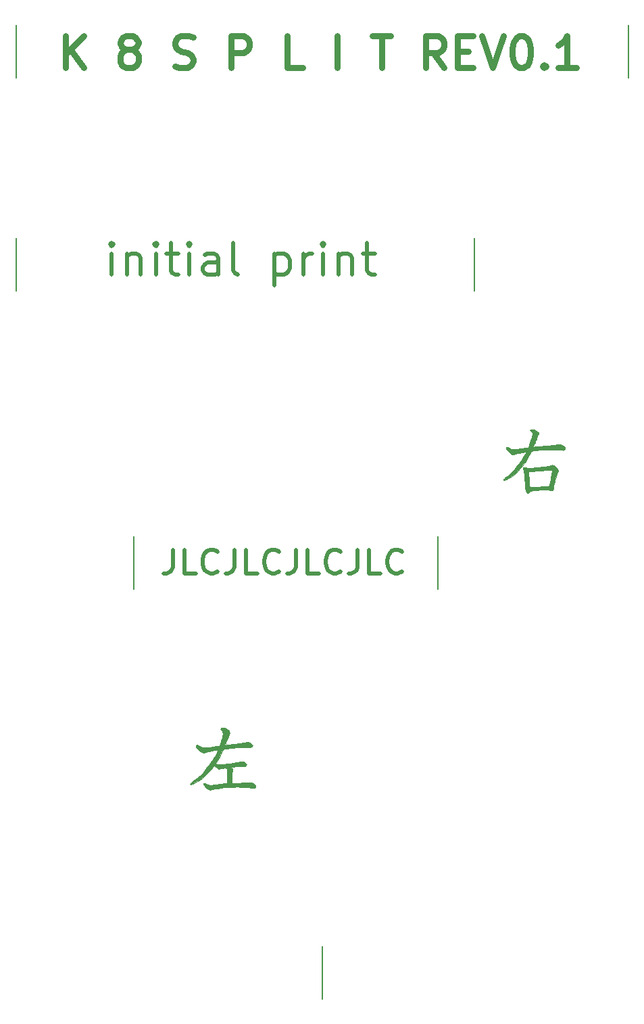
<source format=gto>
G04 #@! TF.GenerationSoftware,KiCad,Pcbnew,5.1.5*
G04 #@! TF.CreationDate,2020-02-16T02:09:05+01:00*
G04 #@! TF.ProjectId,k8split,6b387370-6c69-4742-9e6b-696361645f70,rev?*
G04 #@! TF.SameCoordinates,Original*
G04 #@! TF.FileFunction,Legend,Top*
G04 #@! TF.FilePolarity,Positive*
%FSLAX46Y46*%
G04 Gerber Fmt 4.6, Leading zero omitted, Abs format (unit mm)*
G04 Created by KiCad (PCBNEW 5.1.5) date 2020-02-16 02:09:05*
%MOMM*%
%LPD*%
G04 APERTURE LIST*
%ADD10C,0.500000*%
%ADD11C,0.800000*%
%ADD12C,0.150000*%
%ADD13C,0.010000*%
G04 APERTURE END LIST*
D10*
X105983523Y-54641523D02*
X105983523Y-51974857D01*
X105983523Y-50641523D02*
X105793047Y-50832000D01*
X105983523Y-51022476D01*
X106174000Y-50832000D01*
X105983523Y-50641523D01*
X105983523Y-51022476D01*
X107888285Y-51974857D02*
X107888285Y-54641523D01*
X107888285Y-52355809D02*
X108078761Y-52165333D01*
X108459714Y-51974857D01*
X109031142Y-51974857D01*
X109412095Y-52165333D01*
X109602571Y-52546285D01*
X109602571Y-54641523D01*
X111507333Y-54641523D02*
X111507333Y-51974857D01*
X111507333Y-50641523D02*
X111316857Y-50832000D01*
X111507333Y-51022476D01*
X111697809Y-50832000D01*
X111507333Y-50641523D01*
X111507333Y-51022476D01*
X112840666Y-51974857D02*
X114364476Y-51974857D01*
X113412095Y-50641523D02*
X113412095Y-54070095D01*
X113602571Y-54451047D01*
X113983523Y-54641523D01*
X114364476Y-54641523D01*
X115697809Y-54641523D02*
X115697809Y-51974857D01*
X115697809Y-50641523D02*
X115507333Y-50832000D01*
X115697809Y-51022476D01*
X115888285Y-50832000D01*
X115697809Y-50641523D01*
X115697809Y-51022476D01*
X119316857Y-54641523D02*
X119316857Y-52546285D01*
X119126380Y-52165333D01*
X118745428Y-51974857D01*
X117983523Y-51974857D01*
X117602571Y-52165333D01*
X119316857Y-54451047D02*
X118935904Y-54641523D01*
X117983523Y-54641523D01*
X117602571Y-54451047D01*
X117412095Y-54070095D01*
X117412095Y-53689142D01*
X117602571Y-53308190D01*
X117983523Y-53117714D01*
X118935904Y-53117714D01*
X119316857Y-52927238D01*
X121793047Y-54641523D02*
X121412095Y-54451047D01*
X121221619Y-54070095D01*
X121221619Y-50641523D01*
X126364476Y-51974857D02*
X126364476Y-55974857D01*
X126364476Y-52165333D02*
X126745428Y-51974857D01*
X127507333Y-51974857D01*
X127888285Y-52165333D01*
X128078761Y-52355809D01*
X128269238Y-52736761D01*
X128269238Y-53879619D01*
X128078761Y-54260571D01*
X127888285Y-54451047D01*
X127507333Y-54641523D01*
X126745428Y-54641523D01*
X126364476Y-54451047D01*
X129983523Y-54641523D02*
X129983523Y-51974857D01*
X129983523Y-52736761D02*
X130174000Y-52355809D01*
X130364476Y-52165333D01*
X130745428Y-51974857D01*
X131126380Y-51974857D01*
X132459714Y-54641523D02*
X132459714Y-51974857D01*
X132459714Y-50641523D02*
X132269238Y-50832000D01*
X132459714Y-51022476D01*
X132650190Y-50832000D01*
X132459714Y-50641523D01*
X132459714Y-51022476D01*
X134364476Y-51974857D02*
X134364476Y-54641523D01*
X134364476Y-52355809D02*
X134554952Y-52165333D01*
X134935904Y-51974857D01*
X135507333Y-51974857D01*
X135888285Y-52165333D01*
X136078761Y-52546285D01*
X136078761Y-54641523D01*
X137412095Y-51974857D02*
X138935904Y-51974857D01*
X137983523Y-50641523D02*
X137983523Y-54070095D01*
X138174000Y-54451047D01*
X138554952Y-54641523D01*
X138935904Y-54641523D01*
D11*
X100175238Y-28733523D02*
X100175238Y-24733523D01*
X102460952Y-28733523D02*
X100746666Y-26447809D01*
X102460952Y-24733523D02*
X100175238Y-27019238D01*
X107794285Y-26447809D02*
X107413333Y-26257333D01*
X107222857Y-26066857D01*
X107032380Y-25685904D01*
X107032380Y-25495428D01*
X107222857Y-25114476D01*
X107413333Y-24924000D01*
X107794285Y-24733523D01*
X108556190Y-24733523D01*
X108937142Y-24924000D01*
X109127619Y-25114476D01*
X109318095Y-25495428D01*
X109318095Y-25685904D01*
X109127619Y-26066857D01*
X108937142Y-26257333D01*
X108556190Y-26447809D01*
X107794285Y-26447809D01*
X107413333Y-26638285D01*
X107222857Y-26828761D01*
X107032380Y-27209714D01*
X107032380Y-27971619D01*
X107222857Y-28352571D01*
X107413333Y-28543047D01*
X107794285Y-28733523D01*
X108556190Y-28733523D01*
X108937142Y-28543047D01*
X109127619Y-28352571D01*
X109318095Y-27971619D01*
X109318095Y-27209714D01*
X109127619Y-26828761D01*
X108937142Y-26638285D01*
X108556190Y-26447809D01*
X113889523Y-28543047D02*
X114460952Y-28733523D01*
X115413333Y-28733523D01*
X115794285Y-28543047D01*
X115984761Y-28352571D01*
X116175238Y-27971619D01*
X116175238Y-27590666D01*
X115984761Y-27209714D01*
X115794285Y-27019238D01*
X115413333Y-26828761D01*
X114651428Y-26638285D01*
X114270476Y-26447809D01*
X114079999Y-26257333D01*
X113889523Y-25876380D01*
X113889523Y-25495428D01*
X114079999Y-25114476D01*
X114270476Y-24924000D01*
X114651428Y-24733523D01*
X115603809Y-24733523D01*
X116175238Y-24924000D01*
X120937142Y-28733523D02*
X120937142Y-24733523D01*
X122460952Y-24733523D01*
X122841904Y-24924000D01*
X123032380Y-25114476D01*
X123222857Y-25495428D01*
X123222857Y-26066857D01*
X123032380Y-26447809D01*
X122841904Y-26638285D01*
X122460952Y-26828761D01*
X120937142Y-26828761D01*
X129889523Y-28733523D02*
X127984761Y-28733523D01*
X127984761Y-24733523D01*
X134270476Y-28733523D02*
X134270476Y-24733523D01*
X138651428Y-24733523D02*
X140937142Y-24733523D01*
X139794285Y-28733523D02*
X139794285Y-24733523D01*
X147603809Y-28733523D02*
X146270476Y-26828761D01*
X145318095Y-28733523D02*
X145318095Y-24733523D01*
X146841904Y-24733523D01*
X147222857Y-24924000D01*
X147413333Y-25114476D01*
X147603809Y-25495428D01*
X147603809Y-26066857D01*
X147413333Y-26447809D01*
X147222857Y-26638285D01*
X146841904Y-26828761D01*
X145318095Y-26828761D01*
X149318095Y-26638285D02*
X150651428Y-26638285D01*
X151222857Y-28733523D02*
X149318095Y-28733523D01*
X149318095Y-24733523D01*
X151222857Y-24733523D01*
X152365714Y-24733523D02*
X153699047Y-28733523D01*
X155032380Y-24733523D01*
X157127619Y-24733523D02*
X157508571Y-24733523D01*
X157889523Y-24924000D01*
X158079999Y-25114476D01*
X158270476Y-25495428D01*
X158460952Y-26257333D01*
X158460952Y-27209714D01*
X158270476Y-27971619D01*
X158079999Y-28352571D01*
X157889523Y-28543047D01*
X157508571Y-28733523D01*
X157127619Y-28733523D01*
X156746666Y-28543047D01*
X156556190Y-28352571D01*
X156365714Y-27971619D01*
X156175238Y-27209714D01*
X156175238Y-26257333D01*
X156365714Y-25495428D01*
X156556190Y-25114476D01*
X156746666Y-24924000D01*
X157127619Y-24733523D01*
X160175238Y-28352571D02*
X160365714Y-28543047D01*
X160175238Y-28733523D01*
X159984761Y-28543047D01*
X160175238Y-28352571D01*
X160175238Y-28733523D01*
X164175238Y-28733523D02*
X161889523Y-28733523D01*
X163032380Y-28733523D02*
X163032380Y-24733523D01*
X162651428Y-25304952D01*
X162270476Y-25685904D01*
X161889523Y-25876380D01*
D10*
X113650857Y-89035142D02*
X113650857Y-91178000D01*
X113508000Y-91606571D01*
X113222285Y-91892285D01*
X112793714Y-92035142D01*
X112508000Y-92035142D01*
X116508000Y-92035142D02*
X115079428Y-92035142D01*
X115079428Y-89035142D01*
X119222285Y-91749428D02*
X119079428Y-91892285D01*
X118650857Y-92035142D01*
X118365142Y-92035142D01*
X117936571Y-91892285D01*
X117650857Y-91606571D01*
X117508000Y-91320857D01*
X117365142Y-90749428D01*
X117365142Y-90320857D01*
X117508000Y-89749428D01*
X117650857Y-89463714D01*
X117936571Y-89178000D01*
X118365142Y-89035142D01*
X118650857Y-89035142D01*
X119079428Y-89178000D01*
X119222285Y-89320857D01*
X121365142Y-89035142D02*
X121365142Y-91178000D01*
X121222285Y-91606571D01*
X120936571Y-91892285D01*
X120508000Y-92035142D01*
X120222285Y-92035142D01*
X124222285Y-92035142D02*
X122793714Y-92035142D01*
X122793714Y-89035142D01*
X126936571Y-91749428D02*
X126793714Y-91892285D01*
X126365142Y-92035142D01*
X126079428Y-92035142D01*
X125650857Y-91892285D01*
X125365142Y-91606571D01*
X125222285Y-91320857D01*
X125079428Y-90749428D01*
X125079428Y-90320857D01*
X125222285Y-89749428D01*
X125365142Y-89463714D01*
X125650857Y-89178000D01*
X126079428Y-89035142D01*
X126365142Y-89035142D01*
X126793714Y-89178000D01*
X126936571Y-89320857D01*
X129079428Y-89035142D02*
X129079428Y-91178000D01*
X128936571Y-91606571D01*
X128650857Y-91892285D01*
X128222285Y-92035142D01*
X127936571Y-92035142D01*
X131936571Y-92035142D02*
X130508000Y-92035142D01*
X130508000Y-89035142D01*
X134650857Y-91749428D02*
X134508000Y-91892285D01*
X134079428Y-92035142D01*
X133793714Y-92035142D01*
X133365142Y-91892285D01*
X133079428Y-91606571D01*
X132936571Y-91320857D01*
X132793714Y-90749428D01*
X132793714Y-90320857D01*
X132936571Y-89749428D01*
X133079428Y-89463714D01*
X133365142Y-89178000D01*
X133793714Y-89035142D01*
X134079428Y-89035142D01*
X134508000Y-89178000D01*
X134650857Y-89320857D01*
X136793714Y-89035142D02*
X136793714Y-91178000D01*
X136650857Y-91606571D01*
X136365142Y-91892285D01*
X135936571Y-92035142D01*
X135650857Y-92035142D01*
X139650857Y-92035142D02*
X138222285Y-92035142D01*
X138222285Y-89035142D01*
X142365142Y-91749428D02*
X142222285Y-91892285D01*
X141793714Y-92035142D01*
X141508000Y-92035142D01*
X141079428Y-91892285D01*
X140793714Y-91606571D01*
X140650857Y-91320857D01*
X140508000Y-90749428D01*
X140508000Y-90320857D01*
X140650857Y-89749428D01*
X140793714Y-89463714D01*
X141079428Y-89178000D01*
X141508000Y-89035142D01*
X141793714Y-89035142D01*
X142222285Y-89178000D01*
X142365142Y-89320857D01*
D12*
X151384000Y-50038000D02*
X151384000Y-56642000D01*
X93980000Y-56642000D02*
X93980000Y-50038000D01*
X93980000Y-23368000D02*
X93980000Y-29972000D01*
X170688000Y-29972000D02*
X170688000Y-23368000D01*
X132334000Y-138684000D02*
X132334000Y-145288000D01*
X108712000Y-87376000D02*
X108712000Y-93980000D01*
X146812000Y-87376000D02*
X146812000Y-93980000D01*
D13*
G36*
X119994475Y-111314056D02*
G01*
X120139244Y-111351124D01*
X120285917Y-111415720D01*
X120426189Y-111501145D01*
X120551753Y-111600701D01*
X120654302Y-111707690D01*
X120725531Y-111815415D01*
X120757134Y-111917176D01*
X120757899Y-111929661D01*
X120748285Y-111991052D01*
X120721214Y-112076918D01*
X120689663Y-112152766D01*
X120660780Y-112218544D01*
X120617100Y-112323235D01*
X120562084Y-112458293D01*
X120499193Y-112615169D01*
X120431887Y-112785317D01*
X120383625Y-112908699D01*
X120147893Y-113514312D01*
X120240419Y-113499493D01*
X120288718Y-113492839D01*
X120380343Y-113481223D01*
X120508106Y-113465518D01*
X120664819Y-113446596D01*
X120843293Y-113425331D01*
X121036340Y-113402594D01*
X121095708Y-113395653D01*
X121359241Y-113364536D01*
X121580739Y-113337368D01*
X121768742Y-113312800D01*
X121931788Y-113289483D01*
X122078419Y-113266068D01*
X122217171Y-113241206D01*
X122356586Y-113213548D01*
X122505203Y-113181744D01*
X122638966Y-113151842D01*
X122987230Y-113072989D01*
X123129569Y-113117760D01*
X123266815Y-113174449D01*
X123395964Y-113252028D01*
X123503561Y-113340864D01*
X123576154Y-113431323D01*
X123581708Y-113441509D01*
X123611882Y-113510002D01*
X123616047Y-113561390D01*
X123599034Y-113615100D01*
X123572522Y-113670266D01*
X123540310Y-113710669D01*
X123494871Y-113738207D01*
X123428681Y-113754779D01*
X123334214Y-113762284D01*
X123203944Y-113762619D01*
X123033404Y-113757791D01*
X122815922Y-113755288D01*
X122554889Y-113760974D01*
X122256856Y-113774347D01*
X121928375Y-113794905D01*
X121575997Y-113822146D01*
X121206273Y-113855567D01*
X120825755Y-113894667D01*
X120440995Y-113938944D01*
X120095821Y-113982894D01*
X119985824Y-113997575D01*
X119709016Y-114562318D01*
X119582280Y-114814694D01*
X119467525Y-115029211D01*
X119359161Y-115215731D01*
X119251597Y-115384114D01*
X119202447Y-115455909D01*
X119124105Y-115568949D01*
X119057240Y-115667172D01*
X119006810Y-115743154D01*
X118977774Y-115789468D01*
X118972685Y-115799923D01*
X118995675Y-115826466D01*
X119055989Y-115856059D01*
X119140644Y-115884344D01*
X119236653Y-115906963D01*
X119328641Y-115919390D01*
X119414605Y-115920110D01*
X119543855Y-115913827D01*
X119709433Y-115901394D01*
X119904386Y-115883667D01*
X120121758Y-115861500D01*
X120354593Y-115835746D01*
X120595937Y-115807262D01*
X120838834Y-115776901D01*
X121076329Y-115745517D01*
X121301466Y-115713966D01*
X121507291Y-115683101D01*
X121686848Y-115653778D01*
X121833181Y-115626850D01*
X121939337Y-115603173D01*
X121967895Y-115595143D01*
X122175949Y-115550105D01*
X122366708Y-115550328D01*
X122546532Y-115596062D01*
X122601768Y-115619857D01*
X122736157Y-115699766D01*
X122821248Y-115788754D01*
X122856724Y-115886275D01*
X122842266Y-115991784D01*
X122832400Y-116015909D01*
X122806359Y-116061975D01*
X122771220Y-116096755D01*
X122720074Y-116121798D01*
X122646012Y-116138653D01*
X122542124Y-116148869D01*
X122401501Y-116153995D01*
X122217234Y-116155581D01*
X122209333Y-116155592D01*
X122080279Y-116157741D01*
X121928949Y-116163482D01*
X121763267Y-116172174D01*
X121591156Y-116183178D01*
X121420536Y-116195855D01*
X121259332Y-116209564D01*
X121115465Y-116223667D01*
X120996859Y-116237523D01*
X120911435Y-116250494D01*
X120867116Y-116261939D01*
X120863634Y-116264223D01*
X120876266Y-116282948D01*
X120920293Y-116318336D01*
X120948998Y-116338165D01*
X121024024Y-116393605D01*
X121071716Y-116448658D01*
X121095123Y-116514521D01*
X121097291Y-116602391D01*
X121081270Y-116723468D01*
X121070380Y-116784087D01*
X121052257Y-116900018D01*
X121037904Y-117036933D01*
X121026825Y-117202267D01*
X121018523Y-117403457D01*
X121012501Y-117647940D01*
X121012439Y-117651238D01*
X121000884Y-118270261D01*
X121594943Y-118253604D01*
X121811472Y-118247206D01*
X122059074Y-118239353D01*
X122318011Y-118230705D01*
X122568551Y-118221922D01*
X122790956Y-118213664D01*
X122799340Y-118213340D01*
X123025603Y-118205654D01*
X123205152Y-118202024D01*
X123341965Y-118202474D01*
X123440020Y-118207030D01*
X123503295Y-118215714D01*
X123511252Y-118217706D01*
X123666656Y-118274372D01*
X123802225Y-118350510D01*
X123909110Y-118439479D01*
X123978464Y-118534640D01*
X123996064Y-118581515D01*
X123994561Y-118670034D01*
X123955073Y-118759897D01*
X123886951Y-118833873D01*
X123845228Y-118859447D01*
X123807039Y-118875937D01*
X123769006Y-118885977D01*
X123721623Y-118889405D01*
X123655383Y-118886061D01*
X123560778Y-118875785D01*
X123428303Y-118858417D01*
X123378086Y-118851572D01*
X123117646Y-118817157D01*
X122889502Y-118790214D01*
X122680852Y-118769907D01*
X122478895Y-118755401D01*
X122270830Y-118745859D01*
X122043856Y-118740446D01*
X121785171Y-118738326D01*
X121642355Y-118738236D01*
X121247221Y-118744085D01*
X120841147Y-118760167D01*
X120432376Y-118785649D01*
X120029156Y-118819696D01*
X119639732Y-118861474D01*
X119272348Y-118910150D01*
X118935252Y-118964890D01*
X118636687Y-119024860D01*
X118510791Y-119054927D01*
X118409306Y-119078731D01*
X118319945Y-119096263D01*
X118259823Y-119104223D01*
X118254122Y-119104388D01*
X118203220Y-119090958D01*
X118126396Y-119055549D01*
X118039293Y-119005482D01*
X118029530Y-118999248D01*
X117934588Y-118931047D01*
X117830120Y-118844800D01*
X117724507Y-118748789D01*
X117626128Y-118651294D01*
X117543363Y-118560597D01*
X117484592Y-118484979D01*
X117458749Y-118435190D01*
X117459237Y-118364022D01*
X117487582Y-118296231D01*
X117533742Y-118249730D01*
X117568516Y-118239406D01*
X117608941Y-118250244D01*
X117682297Y-118279841D01*
X117776598Y-118323115D01*
X117841254Y-118355054D01*
X117927829Y-118398363D01*
X118004991Y-118433837D01*
X118078285Y-118461629D01*
X118153255Y-118481893D01*
X118235445Y-118494784D01*
X118330400Y-118500455D01*
X118443663Y-118499060D01*
X118580780Y-118490753D01*
X118747293Y-118475688D01*
X118948748Y-118454018D01*
X119190689Y-118425898D01*
X119417630Y-118398800D01*
X120434647Y-118276869D01*
X120450744Y-118112200D01*
X120455433Y-118039734D01*
X120459840Y-117925918D01*
X120463736Y-117780252D01*
X120466890Y-117612235D01*
X120469075Y-117431369D01*
X120469813Y-117322867D01*
X120469662Y-117085837D01*
X120466180Y-116894162D01*
X120458555Y-116742407D01*
X120445975Y-116625138D01*
X120427629Y-116536920D01*
X120402704Y-116472319D01*
X120370390Y-116425902D01*
X120330906Y-116392906D01*
X120297521Y-116376216D01*
X120253479Y-116365981D01*
X120192161Y-116362464D01*
X120106950Y-116365928D01*
X119991227Y-116376637D01*
X119838373Y-116394854D01*
X119646888Y-116420149D01*
X119367637Y-116458029D01*
X119265507Y-116397957D01*
X119198474Y-116351782D01*
X119111566Y-116282755D01*
X119020957Y-116203887D01*
X118998849Y-116183432D01*
X118924357Y-116116956D01*
X118863677Y-116069239D01*
X118825908Y-116047145D01*
X118818701Y-116047514D01*
X118798293Y-116072699D01*
X118751763Y-116130593D01*
X118684737Y-116214180D01*
X118602841Y-116316446D01*
X118538728Y-116396580D01*
X118268317Y-116715622D01*
X117977142Y-117024251D01*
X117671435Y-117317299D01*
X117357426Y-117589597D01*
X117041348Y-117835976D01*
X116729433Y-118051267D01*
X116427913Y-118230301D01*
X116182311Y-118351051D01*
X116060228Y-118396205D01*
X115956727Y-118413489D01*
X115902860Y-118412941D01*
X115830929Y-118404792D01*
X115788570Y-118389222D01*
X115777879Y-118362960D01*
X115800953Y-118322734D01*
X115859888Y-118265273D01*
X115956779Y-118187305D01*
X116093723Y-118085560D01*
X116129024Y-118059957D01*
X116596636Y-117698718D01*
X117035223Y-117311248D01*
X117449099Y-116892843D01*
X117842576Y-116438803D01*
X118219967Y-115944425D01*
X118585583Y-115405007D01*
X118634793Y-115327656D01*
X118745163Y-115148783D01*
X118852219Y-114967625D01*
X118953095Y-114789757D01*
X119044922Y-114620750D01*
X119124833Y-114466179D01*
X119189961Y-114331617D01*
X119237439Y-114222637D01*
X119264397Y-114144812D01*
X119267969Y-114103717D01*
X119266041Y-114100780D01*
X119233412Y-114096925D01*
X119158407Y-114102501D01*
X119048357Y-114116232D01*
X118910596Y-114136843D01*
X118752458Y-114163059D01*
X118581277Y-114193604D01*
X118404386Y-114227203D01*
X118229118Y-114262581D01*
X118062806Y-114298463D01*
X117912786Y-114333573D01*
X117879281Y-114341930D01*
X117408799Y-114460981D01*
X117269071Y-114396329D01*
X117192998Y-114352622D01*
X117093699Y-114283567D01*
X116984643Y-114199017D01*
X116893370Y-114121468D01*
X116739964Y-113975996D01*
X116630151Y-113850642D01*
X116562282Y-113742310D01*
X116534711Y-113647900D01*
X116545787Y-113564316D01*
X116571424Y-113516452D01*
X116612802Y-113473662D01*
X116660868Y-113464548D01*
X116726271Y-113489888D01*
X116794230Y-113532741D01*
X116971648Y-113638079D01*
X117162558Y-113723412D01*
X117352641Y-113783605D01*
X117527580Y-113813527D01*
X117584080Y-113815900D01*
X117687446Y-113811700D01*
X117835929Y-113799027D01*
X118030502Y-113777763D01*
X118272141Y-113747795D01*
X118561821Y-113709008D01*
X118900515Y-113661286D01*
X118918577Y-113658689D01*
X119487392Y-113576826D01*
X119535543Y-113464494D01*
X119569402Y-113375789D01*
X119612008Y-113249675D01*
X119659805Y-113098083D01*
X119709239Y-112932946D01*
X119756754Y-112766196D01*
X119798795Y-112609764D01*
X119831807Y-112475581D01*
X119836841Y-112453244D01*
X119864821Y-112296924D01*
X119881554Y-112139125D01*
X119886548Y-111992814D01*
X119879313Y-111870955D01*
X119861877Y-111792743D01*
X119829711Y-111737865D01*
X119773446Y-111666801D01*
X119722038Y-111611926D01*
X119662347Y-111547814D01*
X119621166Y-111493518D01*
X119608321Y-111464680D01*
X119631740Y-111407816D01*
X119694389Y-111360016D01*
X119784857Y-111325732D01*
X119891735Y-111309414D01*
X119994475Y-111314056D01*
G37*
X119994475Y-111314056D02*
X120139244Y-111351124D01*
X120285917Y-111415720D01*
X120426189Y-111501145D01*
X120551753Y-111600701D01*
X120654302Y-111707690D01*
X120725531Y-111815415D01*
X120757134Y-111917176D01*
X120757899Y-111929661D01*
X120748285Y-111991052D01*
X120721214Y-112076918D01*
X120689663Y-112152766D01*
X120660780Y-112218544D01*
X120617100Y-112323235D01*
X120562084Y-112458293D01*
X120499193Y-112615169D01*
X120431887Y-112785317D01*
X120383625Y-112908699D01*
X120147893Y-113514312D01*
X120240419Y-113499493D01*
X120288718Y-113492839D01*
X120380343Y-113481223D01*
X120508106Y-113465518D01*
X120664819Y-113446596D01*
X120843293Y-113425331D01*
X121036340Y-113402594D01*
X121095708Y-113395653D01*
X121359241Y-113364536D01*
X121580739Y-113337368D01*
X121768742Y-113312800D01*
X121931788Y-113289483D01*
X122078419Y-113266068D01*
X122217171Y-113241206D01*
X122356586Y-113213548D01*
X122505203Y-113181744D01*
X122638966Y-113151842D01*
X122987230Y-113072989D01*
X123129569Y-113117760D01*
X123266815Y-113174449D01*
X123395964Y-113252028D01*
X123503561Y-113340864D01*
X123576154Y-113431323D01*
X123581708Y-113441509D01*
X123611882Y-113510002D01*
X123616047Y-113561390D01*
X123599034Y-113615100D01*
X123572522Y-113670266D01*
X123540310Y-113710669D01*
X123494871Y-113738207D01*
X123428681Y-113754779D01*
X123334214Y-113762284D01*
X123203944Y-113762619D01*
X123033404Y-113757791D01*
X122815922Y-113755288D01*
X122554889Y-113760974D01*
X122256856Y-113774347D01*
X121928375Y-113794905D01*
X121575997Y-113822146D01*
X121206273Y-113855567D01*
X120825755Y-113894667D01*
X120440995Y-113938944D01*
X120095821Y-113982894D01*
X119985824Y-113997575D01*
X119709016Y-114562318D01*
X119582280Y-114814694D01*
X119467525Y-115029211D01*
X119359161Y-115215731D01*
X119251597Y-115384114D01*
X119202447Y-115455909D01*
X119124105Y-115568949D01*
X119057240Y-115667172D01*
X119006810Y-115743154D01*
X118977774Y-115789468D01*
X118972685Y-115799923D01*
X118995675Y-115826466D01*
X119055989Y-115856059D01*
X119140644Y-115884344D01*
X119236653Y-115906963D01*
X119328641Y-115919390D01*
X119414605Y-115920110D01*
X119543855Y-115913827D01*
X119709433Y-115901394D01*
X119904386Y-115883667D01*
X120121758Y-115861500D01*
X120354593Y-115835746D01*
X120595937Y-115807262D01*
X120838834Y-115776901D01*
X121076329Y-115745517D01*
X121301466Y-115713966D01*
X121507291Y-115683101D01*
X121686848Y-115653778D01*
X121833181Y-115626850D01*
X121939337Y-115603173D01*
X121967895Y-115595143D01*
X122175949Y-115550105D01*
X122366708Y-115550328D01*
X122546532Y-115596062D01*
X122601768Y-115619857D01*
X122736157Y-115699766D01*
X122821248Y-115788754D01*
X122856724Y-115886275D01*
X122842266Y-115991784D01*
X122832400Y-116015909D01*
X122806359Y-116061975D01*
X122771220Y-116096755D01*
X122720074Y-116121798D01*
X122646012Y-116138653D01*
X122542124Y-116148869D01*
X122401501Y-116153995D01*
X122217234Y-116155581D01*
X122209333Y-116155592D01*
X122080279Y-116157741D01*
X121928949Y-116163482D01*
X121763267Y-116172174D01*
X121591156Y-116183178D01*
X121420536Y-116195855D01*
X121259332Y-116209564D01*
X121115465Y-116223667D01*
X120996859Y-116237523D01*
X120911435Y-116250494D01*
X120867116Y-116261939D01*
X120863634Y-116264223D01*
X120876266Y-116282948D01*
X120920293Y-116318336D01*
X120948998Y-116338165D01*
X121024024Y-116393605D01*
X121071716Y-116448658D01*
X121095123Y-116514521D01*
X121097291Y-116602391D01*
X121081270Y-116723468D01*
X121070380Y-116784087D01*
X121052257Y-116900018D01*
X121037904Y-117036933D01*
X121026825Y-117202267D01*
X121018523Y-117403457D01*
X121012501Y-117647940D01*
X121012439Y-117651238D01*
X121000884Y-118270261D01*
X121594943Y-118253604D01*
X121811472Y-118247206D01*
X122059074Y-118239353D01*
X122318011Y-118230705D01*
X122568551Y-118221922D01*
X122790956Y-118213664D01*
X122799340Y-118213340D01*
X123025603Y-118205654D01*
X123205152Y-118202024D01*
X123341965Y-118202474D01*
X123440020Y-118207030D01*
X123503295Y-118215714D01*
X123511252Y-118217706D01*
X123666656Y-118274372D01*
X123802225Y-118350510D01*
X123909110Y-118439479D01*
X123978464Y-118534640D01*
X123996064Y-118581515D01*
X123994561Y-118670034D01*
X123955073Y-118759897D01*
X123886951Y-118833873D01*
X123845228Y-118859447D01*
X123807039Y-118875937D01*
X123769006Y-118885977D01*
X123721623Y-118889405D01*
X123655383Y-118886061D01*
X123560778Y-118875785D01*
X123428303Y-118858417D01*
X123378086Y-118851572D01*
X123117646Y-118817157D01*
X122889502Y-118790214D01*
X122680852Y-118769907D01*
X122478895Y-118755401D01*
X122270830Y-118745859D01*
X122043856Y-118740446D01*
X121785171Y-118738326D01*
X121642355Y-118738236D01*
X121247221Y-118744085D01*
X120841147Y-118760167D01*
X120432376Y-118785649D01*
X120029156Y-118819696D01*
X119639732Y-118861474D01*
X119272348Y-118910150D01*
X118935252Y-118964890D01*
X118636687Y-119024860D01*
X118510791Y-119054927D01*
X118409306Y-119078731D01*
X118319945Y-119096263D01*
X118259823Y-119104223D01*
X118254122Y-119104388D01*
X118203220Y-119090958D01*
X118126396Y-119055549D01*
X118039293Y-119005482D01*
X118029530Y-118999248D01*
X117934588Y-118931047D01*
X117830120Y-118844800D01*
X117724507Y-118748789D01*
X117626128Y-118651294D01*
X117543363Y-118560597D01*
X117484592Y-118484979D01*
X117458749Y-118435190D01*
X117459237Y-118364022D01*
X117487582Y-118296231D01*
X117533742Y-118249730D01*
X117568516Y-118239406D01*
X117608941Y-118250244D01*
X117682297Y-118279841D01*
X117776598Y-118323115D01*
X117841254Y-118355054D01*
X117927829Y-118398363D01*
X118004991Y-118433837D01*
X118078285Y-118461629D01*
X118153255Y-118481893D01*
X118235445Y-118494784D01*
X118330400Y-118500455D01*
X118443663Y-118499060D01*
X118580780Y-118490753D01*
X118747293Y-118475688D01*
X118948748Y-118454018D01*
X119190689Y-118425898D01*
X119417630Y-118398800D01*
X120434647Y-118276869D01*
X120450744Y-118112200D01*
X120455433Y-118039734D01*
X120459840Y-117925918D01*
X120463736Y-117780252D01*
X120466890Y-117612235D01*
X120469075Y-117431369D01*
X120469813Y-117322867D01*
X120469662Y-117085837D01*
X120466180Y-116894162D01*
X120458555Y-116742407D01*
X120445975Y-116625138D01*
X120427629Y-116536920D01*
X120402704Y-116472319D01*
X120370390Y-116425902D01*
X120330906Y-116392906D01*
X120297521Y-116376216D01*
X120253479Y-116365981D01*
X120192161Y-116362464D01*
X120106950Y-116365928D01*
X119991227Y-116376637D01*
X119838373Y-116394854D01*
X119646888Y-116420149D01*
X119367637Y-116458029D01*
X119265507Y-116397957D01*
X119198474Y-116351782D01*
X119111566Y-116282755D01*
X119020957Y-116203887D01*
X118998849Y-116183432D01*
X118924357Y-116116956D01*
X118863677Y-116069239D01*
X118825908Y-116047145D01*
X118818701Y-116047514D01*
X118798293Y-116072699D01*
X118751763Y-116130593D01*
X118684737Y-116214180D01*
X118602841Y-116316446D01*
X118538728Y-116396580D01*
X118268317Y-116715622D01*
X117977142Y-117024251D01*
X117671435Y-117317299D01*
X117357426Y-117589597D01*
X117041348Y-117835976D01*
X116729433Y-118051267D01*
X116427913Y-118230301D01*
X116182311Y-118351051D01*
X116060228Y-118396205D01*
X115956727Y-118413489D01*
X115902860Y-118412941D01*
X115830929Y-118404792D01*
X115788570Y-118389222D01*
X115777879Y-118362960D01*
X115800953Y-118322734D01*
X115859888Y-118265273D01*
X115956779Y-118187305D01*
X116093723Y-118085560D01*
X116129024Y-118059957D01*
X116596636Y-117698718D01*
X117035223Y-117311248D01*
X117449099Y-116892843D01*
X117842576Y-116438803D01*
X118219967Y-115944425D01*
X118585583Y-115405007D01*
X118634793Y-115327656D01*
X118745163Y-115148783D01*
X118852219Y-114967625D01*
X118953095Y-114789757D01*
X119044922Y-114620750D01*
X119124833Y-114466179D01*
X119189961Y-114331617D01*
X119237439Y-114222637D01*
X119264397Y-114144812D01*
X119267969Y-114103717D01*
X119266041Y-114100780D01*
X119233412Y-114096925D01*
X119158407Y-114102501D01*
X119048357Y-114116232D01*
X118910596Y-114136843D01*
X118752458Y-114163059D01*
X118581277Y-114193604D01*
X118404386Y-114227203D01*
X118229118Y-114262581D01*
X118062806Y-114298463D01*
X117912786Y-114333573D01*
X117879281Y-114341930D01*
X117408799Y-114460981D01*
X117269071Y-114396329D01*
X117192998Y-114352622D01*
X117093699Y-114283567D01*
X116984643Y-114199017D01*
X116893370Y-114121468D01*
X116739964Y-113975996D01*
X116630151Y-113850642D01*
X116562282Y-113742310D01*
X116534711Y-113647900D01*
X116545787Y-113564316D01*
X116571424Y-113516452D01*
X116612802Y-113473662D01*
X116660868Y-113464548D01*
X116726271Y-113489888D01*
X116794230Y-113532741D01*
X116971648Y-113638079D01*
X117162558Y-113723412D01*
X117352641Y-113783605D01*
X117527580Y-113813527D01*
X117584080Y-113815900D01*
X117687446Y-113811700D01*
X117835929Y-113799027D01*
X118030502Y-113777763D01*
X118272141Y-113747795D01*
X118561821Y-113709008D01*
X118900515Y-113661286D01*
X118918577Y-113658689D01*
X119487392Y-113576826D01*
X119535543Y-113464494D01*
X119569402Y-113375789D01*
X119612008Y-113249675D01*
X119659805Y-113098083D01*
X119709239Y-112932946D01*
X119756754Y-112766196D01*
X119798795Y-112609764D01*
X119831807Y-112475581D01*
X119836841Y-112453244D01*
X119864821Y-112296924D01*
X119881554Y-112139125D01*
X119886548Y-111992814D01*
X119879313Y-111870955D01*
X119861877Y-111792743D01*
X119829711Y-111737865D01*
X119773446Y-111666801D01*
X119722038Y-111611926D01*
X119662347Y-111547814D01*
X119621166Y-111493518D01*
X119608321Y-111464680D01*
X119631740Y-111407816D01*
X119694389Y-111360016D01*
X119784857Y-111325732D01*
X119891735Y-111309414D01*
X119994475Y-111314056D01*
G36*
X158785278Y-73997163D02*
G01*
X158882248Y-74022191D01*
X158999678Y-74067781D01*
X159122928Y-74126515D01*
X159237353Y-74190975D01*
X159328312Y-74253744D01*
X159371313Y-74294036D01*
X159421685Y-74368472D01*
X159441449Y-74443552D01*
X159430311Y-74530739D01*
X159387974Y-74641491D01*
X159360905Y-74697620D01*
X159331833Y-74761439D01*
X159288528Y-74864217D01*
X159234495Y-74997257D01*
X159173239Y-75151860D01*
X159108264Y-75319329D01*
X159069743Y-75420282D01*
X159006369Y-75586355D01*
X158946869Y-75740235D01*
X158894241Y-75874326D01*
X158851484Y-75981035D01*
X158821595Y-76052767D01*
X158810329Y-76077349D01*
X158786867Y-76130929D01*
X158781416Y-76161479D01*
X158782123Y-76162541D01*
X158808713Y-76162399D01*
X158881207Y-76158108D01*
X158994858Y-76150043D01*
X159144920Y-76138577D01*
X159326647Y-76124086D01*
X159535293Y-76106942D01*
X159766112Y-76087521D01*
X160014358Y-76066197D01*
X160112476Y-76057654D01*
X160483866Y-76024474D01*
X160805037Y-75994217D01*
X161076534Y-75966825D01*
X161298903Y-75942237D01*
X161472687Y-75920395D01*
X161598432Y-75901239D01*
X161659112Y-75889175D01*
X161812057Y-75859132D01*
X161945198Y-75848727D01*
X162075546Y-75859045D01*
X162220112Y-75891167D01*
X162358740Y-75933724D01*
X162538503Y-76007232D01*
X162671110Y-76092924D01*
X162755704Y-76190032D01*
X162791427Y-76297787D01*
X162792643Y-76322945D01*
X162782802Y-76409218D01*
X162745496Y-76475795D01*
X162718323Y-76505281D01*
X162692824Y-76530614D01*
X162668885Y-76550042D01*
X162640187Y-76563864D01*
X162600409Y-76572379D01*
X162543233Y-76575886D01*
X162462337Y-76574684D01*
X162351404Y-76569071D01*
X162204112Y-76559348D01*
X162014141Y-76545812D01*
X161953604Y-76541463D01*
X161392116Y-76513083D01*
X160811146Y-76506082D01*
X160226109Y-76520007D01*
X159652419Y-76554404D01*
X159105493Y-76608823D01*
X158942583Y-76629852D01*
X158809854Y-76648494D01*
X158696163Y-76665387D01*
X158610482Y-76679125D01*
X158561785Y-76688303D01*
X158554120Y-76690730D01*
X158539752Y-76716155D01*
X158508992Y-76776468D01*
X158467393Y-76860683D01*
X158447714Y-76901184D01*
X158394570Y-77004887D01*
X158319994Y-77141882D01*
X158229671Y-77302444D01*
X158129284Y-77476847D01*
X158024519Y-77655365D01*
X157921060Y-77828274D01*
X157824591Y-77985847D01*
X157740798Y-78118360D01*
X157700509Y-78179513D01*
X157426477Y-78557603D01*
X157126438Y-78919177D01*
X156811884Y-79250892D01*
X156632334Y-79419845D01*
X156372692Y-79644455D01*
X156133145Y-79832047D01*
X155905713Y-79988005D01*
X155682419Y-80117714D01*
X155455285Y-80226555D01*
X155405817Y-80247486D01*
X155283357Y-80295771D01*
X155197274Y-80322694D01*
X155138534Y-80329776D01*
X155098102Y-80318535D01*
X155077865Y-80302633D01*
X155045759Y-80258012D01*
X155038311Y-80232690D01*
X155058123Y-80206587D01*
X155111384Y-80159339D01*
X155189386Y-80098237D01*
X155261224Y-80046057D01*
X155404471Y-79939817D01*
X155569118Y-79809007D01*
X155742503Y-79664415D01*
X155911960Y-79516830D01*
X156064825Y-79377041D01*
X156186293Y-79258043D01*
X156341235Y-79090504D01*
X156513938Y-78890454D01*
X156695704Y-78668809D01*
X156877837Y-78436482D01*
X157051641Y-78204390D01*
X157208419Y-77983448D01*
X157246683Y-77927149D01*
X157338212Y-77787640D01*
X157432712Y-77637589D01*
X157526605Y-77483325D01*
X157616311Y-77331175D01*
X157698253Y-77187466D01*
X157768852Y-77058527D01*
X157824530Y-76950683D01*
X157861709Y-76870264D01*
X157876810Y-76823597D01*
X157875453Y-76815298D01*
X157842820Y-76811198D01*
X157768616Y-76816224D01*
X157661026Y-76829010D01*
X157528235Y-76848189D01*
X157378428Y-76872394D01*
X157219791Y-76900258D01*
X157060509Y-76930415D01*
X156908766Y-76961497D01*
X156772749Y-76992138D01*
X156686847Y-77013775D01*
X156509859Y-77059672D01*
X156372726Y-77090511D01*
X156266825Y-77106591D01*
X156183535Y-77108214D01*
X156114234Y-77095678D01*
X156050300Y-77069284D01*
X155996281Y-77037794D01*
X155918117Y-76981415D01*
X155823777Y-76903157D01*
X155722249Y-76811721D01*
X155622522Y-76715805D01*
X155533582Y-76624108D01*
X155464418Y-76545330D01*
X155424018Y-76488169D01*
X155420251Y-76480269D01*
X155400273Y-76397784D01*
X155399873Y-76309338D01*
X155417228Y-76233441D01*
X155448905Y-76189566D01*
X155484542Y-76180701D01*
X155537551Y-76194516D01*
X155618782Y-76234203D01*
X155639596Y-76245651D01*
X155773785Y-76319408D01*
X155876988Y-76371748D01*
X155962297Y-76406614D01*
X156042803Y-76427943D01*
X156131600Y-76439679D01*
X156241778Y-76445760D01*
X156311875Y-76447996D01*
X156424387Y-76448986D01*
X156548628Y-76445224D01*
X156692060Y-76436120D01*
X156862149Y-76421085D01*
X157066355Y-76399530D01*
X157312144Y-76370866D01*
X157356231Y-76365531D01*
X157545849Y-76342558D01*
X157718927Y-76321712D01*
X157869081Y-76303755D01*
X157989926Y-76289444D01*
X158075077Y-76279539D01*
X158118149Y-76274798D01*
X158121982Y-76274496D01*
X158140369Y-76261223D01*
X158166117Y-76218798D01*
X158200905Y-76143313D01*
X158246410Y-76030860D01*
X158304310Y-75877529D01*
X158370189Y-75696390D01*
X158458233Y-75440798D01*
X158533487Y-75200802D01*
X158594298Y-74982720D01*
X158639014Y-74792873D01*
X158665983Y-74637580D01*
X158673724Y-74535303D01*
X158671717Y-74463580D01*
X158661011Y-74409866D01*
X158634578Y-74359232D01*
X158585392Y-74296749D01*
X158533884Y-74238216D01*
X158469402Y-74163636D01*
X158420643Y-74102839D01*
X158395685Y-74066055D01*
X158394044Y-74061100D01*
X158417132Y-74040813D01*
X158477076Y-74021604D01*
X158559893Y-74005756D01*
X158651603Y-73995555D01*
X158738224Y-73993286D01*
X158785278Y-73997163D01*
G37*
X158785278Y-73997163D02*
X158882248Y-74022191D01*
X158999678Y-74067781D01*
X159122928Y-74126515D01*
X159237353Y-74190975D01*
X159328312Y-74253744D01*
X159371313Y-74294036D01*
X159421685Y-74368472D01*
X159441449Y-74443552D01*
X159430311Y-74530739D01*
X159387974Y-74641491D01*
X159360905Y-74697620D01*
X159331833Y-74761439D01*
X159288528Y-74864217D01*
X159234495Y-74997257D01*
X159173239Y-75151860D01*
X159108264Y-75319329D01*
X159069743Y-75420282D01*
X159006369Y-75586355D01*
X158946869Y-75740235D01*
X158894241Y-75874326D01*
X158851484Y-75981035D01*
X158821595Y-76052767D01*
X158810329Y-76077349D01*
X158786867Y-76130929D01*
X158781416Y-76161479D01*
X158782123Y-76162541D01*
X158808713Y-76162399D01*
X158881207Y-76158108D01*
X158994858Y-76150043D01*
X159144920Y-76138577D01*
X159326647Y-76124086D01*
X159535293Y-76106942D01*
X159766112Y-76087521D01*
X160014358Y-76066197D01*
X160112476Y-76057654D01*
X160483866Y-76024474D01*
X160805037Y-75994217D01*
X161076534Y-75966825D01*
X161298903Y-75942237D01*
X161472687Y-75920395D01*
X161598432Y-75901239D01*
X161659112Y-75889175D01*
X161812057Y-75859132D01*
X161945198Y-75848727D01*
X162075546Y-75859045D01*
X162220112Y-75891167D01*
X162358740Y-75933724D01*
X162538503Y-76007232D01*
X162671110Y-76092924D01*
X162755704Y-76190032D01*
X162791427Y-76297787D01*
X162792643Y-76322945D01*
X162782802Y-76409218D01*
X162745496Y-76475795D01*
X162718323Y-76505281D01*
X162692824Y-76530614D01*
X162668885Y-76550042D01*
X162640187Y-76563864D01*
X162600409Y-76572379D01*
X162543233Y-76575886D01*
X162462337Y-76574684D01*
X162351404Y-76569071D01*
X162204112Y-76559348D01*
X162014141Y-76545812D01*
X161953604Y-76541463D01*
X161392116Y-76513083D01*
X160811146Y-76506082D01*
X160226109Y-76520007D01*
X159652419Y-76554404D01*
X159105493Y-76608823D01*
X158942583Y-76629852D01*
X158809854Y-76648494D01*
X158696163Y-76665387D01*
X158610482Y-76679125D01*
X158561785Y-76688303D01*
X158554120Y-76690730D01*
X158539752Y-76716155D01*
X158508992Y-76776468D01*
X158467393Y-76860683D01*
X158447714Y-76901184D01*
X158394570Y-77004887D01*
X158319994Y-77141882D01*
X158229671Y-77302444D01*
X158129284Y-77476847D01*
X158024519Y-77655365D01*
X157921060Y-77828274D01*
X157824591Y-77985847D01*
X157740798Y-78118360D01*
X157700509Y-78179513D01*
X157426477Y-78557603D01*
X157126438Y-78919177D01*
X156811884Y-79250892D01*
X156632334Y-79419845D01*
X156372692Y-79644455D01*
X156133145Y-79832047D01*
X155905713Y-79988005D01*
X155682419Y-80117714D01*
X155455285Y-80226555D01*
X155405817Y-80247486D01*
X155283357Y-80295771D01*
X155197274Y-80322694D01*
X155138534Y-80329776D01*
X155098102Y-80318535D01*
X155077865Y-80302633D01*
X155045759Y-80258012D01*
X155038311Y-80232690D01*
X155058123Y-80206587D01*
X155111384Y-80159339D01*
X155189386Y-80098237D01*
X155261224Y-80046057D01*
X155404471Y-79939817D01*
X155569118Y-79809007D01*
X155742503Y-79664415D01*
X155911960Y-79516830D01*
X156064825Y-79377041D01*
X156186293Y-79258043D01*
X156341235Y-79090504D01*
X156513938Y-78890454D01*
X156695704Y-78668809D01*
X156877837Y-78436482D01*
X157051641Y-78204390D01*
X157208419Y-77983448D01*
X157246683Y-77927149D01*
X157338212Y-77787640D01*
X157432712Y-77637589D01*
X157526605Y-77483325D01*
X157616311Y-77331175D01*
X157698253Y-77187466D01*
X157768852Y-77058527D01*
X157824530Y-76950683D01*
X157861709Y-76870264D01*
X157876810Y-76823597D01*
X157875453Y-76815298D01*
X157842820Y-76811198D01*
X157768616Y-76816224D01*
X157661026Y-76829010D01*
X157528235Y-76848189D01*
X157378428Y-76872394D01*
X157219791Y-76900258D01*
X157060509Y-76930415D01*
X156908766Y-76961497D01*
X156772749Y-76992138D01*
X156686847Y-77013775D01*
X156509859Y-77059672D01*
X156372726Y-77090511D01*
X156266825Y-77106591D01*
X156183535Y-77108214D01*
X156114234Y-77095678D01*
X156050300Y-77069284D01*
X155996281Y-77037794D01*
X155918117Y-76981415D01*
X155823777Y-76903157D01*
X155722249Y-76811721D01*
X155622522Y-76715805D01*
X155533582Y-76624108D01*
X155464418Y-76545330D01*
X155424018Y-76488169D01*
X155420251Y-76480269D01*
X155400273Y-76397784D01*
X155399873Y-76309338D01*
X155417228Y-76233441D01*
X155448905Y-76189566D01*
X155484542Y-76180701D01*
X155537551Y-76194516D01*
X155618782Y-76234203D01*
X155639596Y-76245651D01*
X155773785Y-76319408D01*
X155876988Y-76371748D01*
X155962297Y-76406614D01*
X156042803Y-76427943D01*
X156131600Y-76439679D01*
X156241778Y-76445760D01*
X156311875Y-76447996D01*
X156424387Y-76448986D01*
X156548628Y-76445224D01*
X156692060Y-76436120D01*
X156862149Y-76421085D01*
X157066355Y-76399530D01*
X157312144Y-76370866D01*
X157356231Y-76365531D01*
X157545849Y-76342558D01*
X157718927Y-76321712D01*
X157869081Y-76303755D01*
X157989926Y-76289444D01*
X158075077Y-76279539D01*
X158118149Y-76274798D01*
X158121982Y-76274496D01*
X158140369Y-76261223D01*
X158166117Y-76218798D01*
X158200905Y-76143313D01*
X158246410Y-76030860D01*
X158304310Y-75877529D01*
X158370189Y-75696390D01*
X158458233Y-75440798D01*
X158533487Y-75200802D01*
X158594298Y-74982720D01*
X158639014Y-74792873D01*
X158665983Y-74637580D01*
X158673724Y-74535303D01*
X158671717Y-74463580D01*
X158661011Y-74409866D01*
X158634578Y-74359232D01*
X158585392Y-74296749D01*
X158533884Y-74238216D01*
X158469402Y-74163636D01*
X158420643Y-74102839D01*
X158395685Y-74066055D01*
X158394044Y-74061100D01*
X158417132Y-74040813D01*
X158477076Y-74021604D01*
X158559893Y-74005756D01*
X158651603Y-73995555D01*
X158738224Y-73993286D01*
X158785278Y-73997163D01*
G36*
X161265447Y-78455408D02*
G01*
X161363462Y-78507179D01*
X161473538Y-78583819D01*
X161587450Y-78677691D01*
X161696971Y-78781161D01*
X161793878Y-78886592D01*
X161869944Y-78986348D01*
X161916946Y-79072795D01*
X161928179Y-79123543D01*
X161916712Y-79167280D01*
X161886894Y-79238479D01*
X161852028Y-79308540D01*
X161825968Y-79368399D01*
X161788302Y-79470307D01*
X161741300Y-79607391D01*
X161687232Y-79772779D01*
X161628367Y-79959598D01*
X161566974Y-80160976D01*
X161534831Y-80269075D01*
X161469491Y-80491227D01*
X161417298Y-80670649D01*
X161376902Y-80813353D01*
X161346950Y-80925349D01*
X161326091Y-81012650D01*
X161312974Y-81081265D01*
X161306247Y-81137206D01*
X161304559Y-81186484D01*
X161306558Y-81235109D01*
X161309406Y-81271721D01*
X161316241Y-81369155D01*
X161314563Y-81430910D01*
X161301587Y-81471836D01*
X161274527Y-81506780D01*
X161263117Y-81518446D01*
X161201205Y-81580358D01*
X160363340Y-81568744D01*
X160116783Y-81565756D01*
X159911534Y-81564488D01*
X159738073Y-81565241D01*
X159586876Y-81568314D01*
X159448423Y-81574007D01*
X159313190Y-81582621D01*
X159171656Y-81594456D01*
X159014300Y-81609812D01*
X158993850Y-81611910D01*
X158833190Y-81629220D01*
X158688546Y-81646235D01*
X158567994Y-81661887D01*
X158479609Y-81675112D01*
X158431465Y-81684844D01*
X158426240Y-81686829D01*
X158392346Y-81717046D01*
X158341240Y-81774812D01*
X158295955Y-81832023D01*
X158209916Y-81924429D01*
X158129040Y-81966368D01*
X158053006Y-81957928D01*
X157994263Y-81913706D01*
X157953205Y-81857979D01*
X157905603Y-81776346D01*
X157875128Y-81715003D01*
X157858105Y-81675423D01*
X157843683Y-81633959D01*
X157831184Y-81584985D01*
X157819934Y-81522870D01*
X157809255Y-81441986D01*
X157798472Y-81336703D01*
X157786908Y-81201393D01*
X157773887Y-81030427D01*
X157758734Y-80818176D01*
X157746853Y-80647210D01*
X157721827Y-80298944D01*
X157698003Y-79997738D01*
X157674952Y-79739828D01*
X157652246Y-79521448D01*
X157629453Y-79338835D01*
X157621355Y-79286500D01*
X158196589Y-79286500D01*
X158196590Y-79312383D01*
X158200019Y-79382360D01*
X158206458Y-79489821D01*
X158215491Y-79628153D01*
X158226702Y-79790747D01*
X158239674Y-79970990D01*
X158240073Y-79976423D01*
X158254599Y-80175680D01*
X158268884Y-80374440D01*
X158282186Y-80562150D01*
X158293759Y-80728258D01*
X158302861Y-80862210D01*
X158307660Y-80935872D01*
X158324998Y-81211362D01*
X158772684Y-81194359D01*
X158923957Y-81187795D01*
X159113126Y-81178308D01*
X159327367Y-81166617D01*
X159553856Y-81153440D01*
X159779770Y-81139495D01*
X159944995Y-81128703D01*
X160133498Y-81116143D01*
X160306776Y-81104781D01*
X160457961Y-81095052D01*
X160580180Y-81087393D01*
X160666565Y-81082240D01*
X160710245Y-81080028D01*
X160712913Y-81079976D01*
X160742945Y-81063326D01*
X160773265Y-81009244D01*
X160807405Y-80911375D01*
X160808348Y-80908280D01*
X160836517Y-80805426D01*
X160869861Y-80667357D01*
X160906686Y-80502778D01*
X160945298Y-80320395D01*
X160984005Y-80128913D01*
X161021112Y-79937038D01*
X161054927Y-79753475D01*
X161083755Y-79586929D01*
X161105904Y-79446105D01*
X161119680Y-79339710D01*
X161123487Y-79288263D01*
X161124335Y-79213034D01*
X161119610Y-79154549D01*
X161103814Y-79111195D01*
X161071448Y-79081357D01*
X161017015Y-79063422D01*
X160935016Y-79055775D01*
X160819951Y-79056802D01*
X160666324Y-79064889D01*
X160468634Y-79078422D01*
X160420335Y-79081853D01*
X160288981Y-79091699D01*
X160129033Y-79104521D01*
X159946583Y-79119759D01*
X159747721Y-79136851D01*
X159538541Y-79155238D01*
X159325132Y-79174359D01*
X159113587Y-79193653D01*
X158909997Y-79212559D01*
X158720453Y-79230517D01*
X158551047Y-79246967D01*
X158407870Y-79261347D01*
X158297014Y-79273098D01*
X158224569Y-79281658D01*
X158196629Y-79286468D01*
X158196589Y-79286500D01*
X157621355Y-79286500D01*
X157606146Y-79188224D01*
X157581893Y-79065850D01*
X157556266Y-78967949D01*
X157554665Y-78962736D01*
X157532159Y-78875297D01*
X157521093Y-78801178D01*
X157522344Y-78765689D01*
X157548022Y-78731801D01*
X157605277Y-78716857D01*
X157698453Y-78720865D01*
X157831893Y-78743831D01*
X157931641Y-78766366D01*
X158046418Y-78790497D01*
X158158426Y-78808391D01*
X158246584Y-78816786D01*
X158259240Y-78817039D01*
X158319611Y-78814339D01*
X158423749Y-78806698D01*
X158564883Y-78794801D01*
X158736243Y-78779336D01*
X158931055Y-78760986D01*
X159142551Y-78740440D01*
X159363957Y-78718384D01*
X159588504Y-78695502D01*
X159809420Y-78672482D01*
X160019933Y-78650010D01*
X160213274Y-78628771D01*
X160382669Y-78609453D01*
X160521349Y-78592741D01*
X160622541Y-78579321D01*
X160656907Y-78574069D01*
X160777427Y-78550821D01*
X160892622Y-78522925D01*
X160983771Y-78495114D01*
X161009739Y-78484882D01*
X161091628Y-78454936D01*
X161166122Y-78437769D01*
X161187717Y-78436140D01*
X161265447Y-78455408D01*
G37*
X161265447Y-78455408D02*
X161363462Y-78507179D01*
X161473538Y-78583819D01*
X161587450Y-78677691D01*
X161696971Y-78781161D01*
X161793878Y-78886592D01*
X161869944Y-78986348D01*
X161916946Y-79072795D01*
X161928179Y-79123543D01*
X161916712Y-79167280D01*
X161886894Y-79238479D01*
X161852028Y-79308540D01*
X161825968Y-79368399D01*
X161788302Y-79470307D01*
X161741300Y-79607391D01*
X161687232Y-79772779D01*
X161628367Y-79959598D01*
X161566974Y-80160976D01*
X161534831Y-80269075D01*
X161469491Y-80491227D01*
X161417298Y-80670649D01*
X161376902Y-80813353D01*
X161346950Y-80925349D01*
X161326091Y-81012650D01*
X161312974Y-81081265D01*
X161306247Y-81137206D01*
X161304559Y-81186484D01*
X161306558Y-81235109D01*
X161309406Y-81271721D01*
X161316241Y-81369155D01*
X161314563Y-81430910D01*
X161301587Y-81471836D01*
X161274527Y-81506780D01*
X161263117Y-81518446D01*
X161201205Y-81580358D01*
X160363340Y-81568744D01*
X160116783Y-81565756D01*
X159911534Y-81564488D01*
X159738073Y-81565241D01*
X159586876Y-81568314D01*
X159448423Y-81574007D01*
X159313190Y-81582621D01*
X159171656Y-81594456D01*
X159014300Y-81609812D01*
X158993850Y-81611910D01*
X158833190Y-81629220D01*
X158688546Y-81646235D01*
X158567994Y-81661887D01*
X158479609Y-81675112D01*
X158431465Y-81684844D01*
X158426240Y-81686829D01*
X158392346Y-81717046D01*
X158341240Y-81774812D01*
X158295955Y-81832023D01*
X158209916Y-81924429D01*
X158129040Y-81966368D01*
X158053006Y-81957928D01*
X157994263Y-81913706D01*
X157953205Y-81857979D01*
X157905603Y-81776346D01*
X157875128Y-81715003D01*
X157858105Y-81675423D01*
X157843683Y-81633959D01*
X157831184Y-81584985D01*
X157819934Y-81522870D01*
X157809255Y-81441986D01*
X157798472Y-81336703D01*
X157786908Y-81201393D01*
X157773887Y-81030427D01*
X157758734Y-80818176D01*
X157746853Y-80647210D01*
X157721827Y-80298944D01*
X157698003Y-79997738D01*
X157674952Y-79739828D01*
X157652246Y-79521448D01*
X157629453Y-79338835D01*
X157621355Y-79286500D01*
X158196589Y-79286500D01*
X158196590Y-79312383D01*
X158200019Y-79382360D01*
X158206458Y-79489821D01*
X158215491Y-79628153D01*
X158226702Y-79790747D01*
X158239674Y-79970990D01*
X158240073Y-79976423D01*
X158254599Y-80175680D01*
X158268884Y-80374440D01*
X158282186Y-80562150D01*
X158293759Y-80728258D01*
X158302861Y-80862210D01*
X158307660Y-80935872D01*
X158324998Y-81211362D01*
X158772684Y-81194359D01*
X158923957Y-81187795D01*
X159113126Y-81178308D01*
X159327367Y-81166617D01*
X159553856Y-81153440D01*
X159779770Y-81139495D01*
X159944995Y-81128703D01*
X160133498Y-81116143D01*
X160306776Y-81104781D01*
X160457961Y-81095052D01*
X160580180Y-81087393D01*
X160666565Y-81082240D01*
X160710245Y-81080028D01*
X160712913Y-81079976D01*
X160742945Y-81063326D01*
X160773265Y-81009244D01*
X160807405Y-80911375D01*
X160808348Y-80908280D01*
X160836517Y-80805426D01*
X160869861Y-80667357D01*
X160906686Y-80502778D01*
X160945298Y-80320395D01*
X160984005Y-80128913D01*
X161021112Y-79937038D01*
X161054927Y-79753475D01*
X161083755Y-79586929D01*
X161105904Y-79446105D01*
X161119680Y-79339710D01*
X161123487Y-79288263D01*
X161124335Y-79213034D01*
X161119610Y-79154549D01*
X161103814Y-79111195D01*
X161071448Y-79081357D01*
X161017015Y-79063422D01*
X160935016Y-79055775D01*
X160819951Y-79056802D01*
X160666324Y-79064889D01*
X160468634Y-79078422D01*
X160420335Y-79081853D01*
X160288981Y-79091699D01*
X160129033Y-79104521D01*
X159946583Y-79119759D01*
X159747721Y-79136851D01*
X159538541Y-79155238D01*
X159325132Y-79174359D01*
X159113587Y-79193653D01*
X158909997Y-79212559D01*
X158720453Y-79230517D01*
X158551047Y-79246967D01*
X158407870Y-79261347D01*
X158297014Y-79273098D01*
X158224569Y-79281658D01*
X158196629Y-79286468D01*
X158196589Y-79286500D01*
X157621355Y-79286500D01*
X157606146Y-79188224D01*
X157581893Y-79065850D01*
X157556266Y-78967949D01*
X157554665Y-78962736D01*
X157532159Y-78875297D01*
X157521093Y-78801178D01*
X157522344Y-78765689D01*
X157548022Y-78731801D01*
X157605277Y-78716857D01*
X157698453Y-78720865D01*
X157831893Y-78743831D01*
X157931641Y-78766366D01*
X158046418Y-78790497D01*
X158158426Y-78808391D01*
X158246584Y-78816786D01*
X158259240Y-78817039D01*
X158319611Y-78814339D01*
X158423749Y-78806698D01*
X158564883Y-78794801D01*
X158736243Y-78779336D01*
X158931055Y-78760986D01*
X159142551Y-78740440D01*
X159363957Y-78718384D01*
X159588504Y-78695502D01*
X159809420Y-78672482D01*
X160019933Y-78650010D01*
X160213274Y-78628771D01*
X160382669Y-78609453D01*
X160521349Y-78592741D01*
X160622541Y-78579321D01*
X160656907Y-78574069D01*
X160777427Y-78550821D01*
X160892622Y-78522925D01*
X160983771Y-78495114D01*
X161009739Y-78484882D01*
X161091628Y-78454936D01*
X161166122Y-78437769D01*
X161187717Y-78436140D01*
X161265447Y-78455408D01*
M02*

</source>
